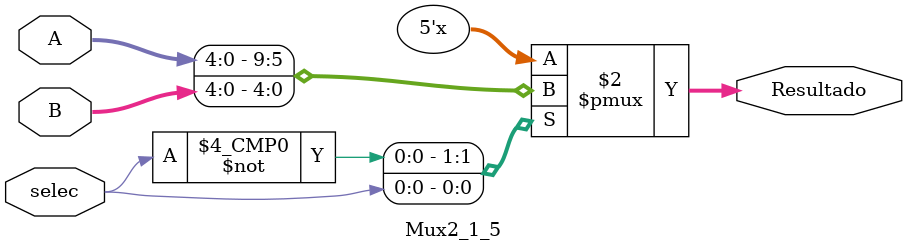
<source format=v>
`timescale 1ns/1ns

module Mux2_1_5(
	input [4:0]A,
	input [4:0]B,
	input selec,
	output reg [4:0]Resultado
);

always @*
begin
	case(selec)
		1'b0:
		begin
		Resultado = A;
		end
		1'b1:
		begin
		Resultado = B;
		end
	endcase 
end
endmodule

</source>
